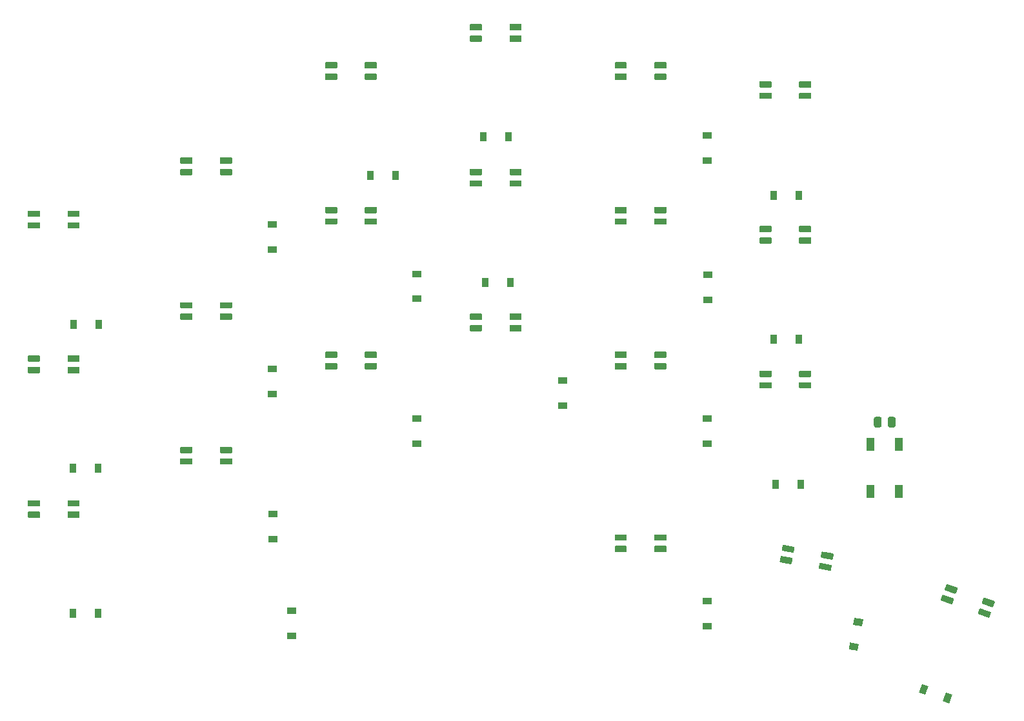
<source format=gbr>
%TF.GenerationSoftware,KiCad,Pcbnew,(5.1.10)-1*%
%TF.CreationDate,2021-12-01T11:28:31-08:00*%
%TF.ProjectId,luakeeb,6c75616b-6565-4622-9e6b-696361645f70,rev?*%
%TF.SameCoordinates,Original*%
%TF.FileFunction,Paste,Bot*%
%TF.FilePolarity,Positive*%
%FSLAX46Y46*%
G04 Gerber Fmt 4.6, Leading zero omitted, Abs format (unit mm)*
G04 Created by KiCad (PCBNEW (5.1.10)-1) date 2021-12-01 11:28:31*
%MOMM*%
%LPD*%
G01*
G04 APERTURE LIST*
%ADD10R,0.900000X1.200000*%
%ADD11R,1.100000X1.800000*%
%ADD12R,1.200000X0.900000*%
%ADD13C,0.100000*%
G04 APERTURE END LIST*
D10*
%TO.C,D86*%
X43542393Y-111673704D03*
X46842393Y-111673704D03*
%TD*%
%TO.C,D83*%
X46842393Y-92572904D03*
X43542393Y-92572904D03*
%TD*%
%TO.C,D82*%
X43580493Y-73700704D03*
X46880493Y-73700704D03*
%TD*%
%TO.C,D79*%
G36*
G01*
X39115589Y-59606488D02*
X37679589Y-59606488D01*
G75*
G02*
X37597589Y-59524488I0J82000D01*
G01*
X37597589Y-58868488D01*
G75*
G02*
X37679589Y-58786488I82000J0D01*
G01*
X39115589Y-58786488D01*
G75*
G02*
X39197589Y-58868488I0J-82000D01*
G01*
X39197589Y-59524488D01*
G75*
G02*
X39115589Y-59606488I-82000J0D01*
G01*
G37*
G36*
G01*
X39115589Y-61106488D02*
X37679589Y-61106488D01*
G75*
G02*
X37597589Y-61024488I0J82000D01*
G01*
X37597589Y-60368488D01*
G75*
G02*
X37679589Y-60286488I82000J0D01*
G01*
X39115589Y-60286488D01*
G75*
G02*
X39197589Y-60368488I0J-82000D01*
G01*
X39197589Y-61024488D01*
G75*
G02*
X39115589Y-61106488I-82000J0D01*
G01*
G37*
G36*
G01*
X44315589Y-59606488D02*
X42879589Y-59606488D01*
G75*
G02*
X42797589Y-59524488I0J82000D01*
G01*
X42797589Y-58868488D01*
G75*
G02*
X42879589Y-58786488I82000J0D01*
G01*
X44315589Y-58786488D01*
G75*
G02*
X44397589Y-58868488I0J-82000D01*
G01*
X44397589Y-59524488D01*
G75*
G02*
X44315589Y-59606488I-82000J0D01*
G01*
G37*
G36*
G01*
X44315589Y-61106488D02*
X42879589Y-61106488D01*
G75*
G02*
X42797589Y-61024488I0J82000D01*
G01*
X42797589Y-60368488D01*
G75*
G02*
X42879589Y-60286488I82000J0D01*
G01*
X44315589Y-60286488D01*
G75*
G02*
X44397589Y-60368488I0J-82000D01*
G01*
X44397589Y-61024488D01*
G75*
G02*
X44315589Y-61106488I-82000J0D01*
G01*
G37*
%TD*%
%TO.C,D77*%
G36*
G01*
X39115589Y-78606487D02*
X37679589Y-78606487D01*
G75*
G02*
X37597589Y-78524487I0J82000D01*
G01*
X37597589Y-77868487D01*
G75*
G02*
X37679589Y-77786487I82000J0D01*
G01*
X39115589Y-77786487D01*
G75*
G02*
X39197589Y-77868487I0J-82000D01*
G01*
X39197589Y-78524487D01*
G75*
G02*
X39115589Y-78606487I-82000J0D01*
G01*
G37*
G36*
G01*
X39115589Y-80106487D02*
X37679589Y-80106487D01*
G75*
G02*
X37597589Y-80024487I0J82000D01*
G01*
X37597589Y-79368487D01*
G75*
G02*
X37679589Y-79286487I82000J0D01*
G01*
X39115589Y-79286487D01*
G75*
G02*
X39197589Y-79368487I0J-82000D01*
G01*
X39197589Y-80024487D01*
G75*
G02*
X39115589Y-80106487I-82000J0D01*
G01*
G37*
G36*
G01*
X44315589Y-78606487D02*
X42879589Y-78606487D01*
G75*
G02*
X42797589Y-78524487I0J82000D01*
G01*
X42797589Y-77868487D01*
G75*
G02*
X42879589Y-77786487I82000J0D01*
G01*
X44315589Y-77786487D01*
G75*
G02*
X44397589Y-77868487I0J-82000D01*
G01*
X44397589Y-78524487D01*
G75*
G02*
X44315589Y-78606487I-82000J0D01*
G01*
G37*
G36*
G01*
X44315589Y-80106487D02*
X42879589Y-80106487D01*
G75*
G02*
X42797589Y-80024487I0J82000D01*
G01*
X42797589Y-79368487D01*
G75*
G02*
X42879589Y-79286487I82000J0D01*
G01*
X44315589Y-79286487D01*
G75*
G02*
X44397589Y-79368487I0J-82000D01*
G01*
X44397589Y-80024487D01*
G75*
G02*
X44315589Y-80106487I-82000J0D01*
G01*
G37*
%TD*%
%TO.C,D75*%
G36*
G01*
X39115588Y-97606486D02*
X37679588Y-97606486D01*
G75*
G02*
X37597588Y-97524486I0J82000D01*
G01*
X37597588Y-96868486D01*
G75*
G02*
X37679588Y-96786486I82000J0D01*
G01*
X39115588Y-96786486D01*
G75*
G02*
X39197588Y-96868486I0J-82000D01*
G01*
X39197588Y-97524486D01*
G75*
G02*
X39115588Y-97606486I-82000J0D01*
G01*
G37*
G36*
G01*
X39115588Y-99106486D02*
X37679588Y-99106486D01*
G75*
G02*
X37597588Y-99024486I0J82000D01*
G01*
X37597588Y-98368486D01*
G75*
G02*
X37679588Y-98286486I82000J0D01*
G01*
X39115588Y-98286486D01*
G75*
G02*
X39197588Y-98368486I0J-82000D01*
G01*
X39197588Y-99024486D01*
G75*
G02*
X39115588Y-99106486I-82000J0D01*
G01*
G37*
G36*
G01*
X44315588Y-97606486D02*
X42879588Y-97606486D01*
G75*
G02*
X42797588Y-97524486I0J82000D01*
G01*
X42797588Y-96868486D01*
G75*
G02*
X42879588Y-96786486I82000J0D01*
G01*
X44315588Y-96786486D01*
G75*
G02*
X44397588Y-96868486I0J-82000D01*
G01*
X44397588Y-97524486D01*
G75*
G02*
X44315588Y-97606486I-82000J0D01*
G01*
G37*
G36*
G01*
X44315588Y-99106486D02*
X42879588Y-99106486D01*
G75*
G02*
X42797588Y-99024486I0J82000D01*
G01*
X42797588Y-98368486D01*
G75*
G02*
X42879588Y-98286486I82000J0D01*
G01*
X44315588Y-98286486D01*
G75*
G02*
X44397588Y-98368486I0J-82000D01*
G01*
X44397588Y-99024486D01*
G75*
G02*
X44315588Y-99106486I-82000J0D01*
G01*
G37*
%TD*%
D11*
%TO.C,SW8*%
X151893593Y-95634804D03*
X148193593Y-89434804D03*
X148193593Y-95634804D03*
X151893593Y-89434804D03*
%TD*%
%TO.C,R1*%
G36*
G01*
X150443593Y-86990405D02*
X150443593Y-86090403D01*
G75*
G02*
X150693592Y-85840404I249999J0D01*
G01*
X151218594Y-85840404D01*
G75*
G02*
X151468593Y-86090403I0J-249999D01*
G01*
X151468593Y-86990405D01*
G75*
G02*
X151218594Y-87240404I-249999J0D01*
G01*
X150693592Y-87240404D01*
G75*
G02*
X150443593Y-86990405I0J249999D01*
G01*
G37*
G36*
G01*
X148618593Y-86990405D02*
X148618593Y-86090403D01*
G75*
G02*
X148868592Y-85840404I249999J0D01*
G01*
X149393594Y-85840404D01*
G75*
G02*
X149643593Y-86090403I0J-249999D01*
G01*
X149643593Y-86990405D01*
G75*
G02*
X149393594Y-87240404I-249999J0D01*
G01*
X148868592Y-87240404D01*
G75*
G02*
X148618593Y-86990405I0J249999D01*
G01*
G37*
%TD*%
%TO.C,D48*%
G36*
G01*
X97115587Y-35106489D02*
X95679587Y-35106489D01*
G75*
G02*
X95597587Y-35024489I0J82000D01*
G01*
X95597587Y-34368489D01*
G75*
G02*
X95679587Y-34286489I82000J0D01*
G01*
X97115587Y-34286489D01*
G75*
G02*
X97197587Y-34368489I0J-82000D01*
G01*
X97197587Y-35024489D01*
G75*
G02*
X97115587Y-35106489I-82000J0D01*
G01*
G37*
G36*
G01*
X97115587Y-36606489D02*
X95679587Y-36606489D01*
G75*
G02*
X95597587Y-36524489I0J82000D01*
G01*
X95597587Y-35868489D01*
G75*
G02*
X95679587Y-35786489I82000J0D01*
G01*
X97115587Y-35786489D01*
G75*
G02*
X97197587Y-35868489I0J-82000D01*
G01*
X97197587Y-36524489D01*
G75*
G02*
X97115587Y-36606489I-82000J0D01*
G01*
G37*
G36*
G01*
X102315587Y-35106489D02*
X100879587Y-35106489D01*
G75*
G02*
X100797587Y-35024489I0J82000D01*
G01*
X100797587Y-34368489D01*
G75*
G02*
X100879587Y-34286489I82000J0D01*
G01*
X102315587Y-34286489D01*
G75*
G02*
X102397587Y-34368489I0J-82000D01*
G01*
X102397587Y-35024489D01*
G75*
G02*
X102315587Y-35106489I-82000J0D01*
G01*
G37*
G36*
G01*
X102315587Y-36606489D02*
X100879587Y-36606489D01*
G75*
G02*
X100797587Y-36524489I0J82000D01*
G01*
X100797587Y-35868489D01*
G75*
G02*
X100879587Y-35786489I82000J0D01*
G01*
X102315587Y-35786489D01*
G75*
G02*
X102397587Y-35868489I0J-82000D01*
G01*
X102397587Y-36524489D01*
G75*
G02*
X102315587Y-36606489I-82000J0D01*
G01*
G37*
%TD*%
%TO.C,D51*%
G36*
G01*
X116115586Y-78106488D02*
X114679586Y-78106488D01*
G75*
G02*
X114597586Y-78024488I0J82000D01*
G01*
X114597586Y-77368488D01*
G75*
G02*
X114679586Y-77286488I82000J0D01*
G01*
X116115586Y-77286488D01*
G75*
G02*
X116197586Y-77368488I0J-82000D01*
G01*
X116197586Y-78024488D01*
G75*
G02*
X116115586Y-78106488I-82000J0D01*
G01*
G37*
G36*
G01*
X116115586Y-79606488D02*
X114679586Y-79606488D01*
G75*
G02*
X114597586Y-79524488I0J82000D01*
G01*
X114597586Y-78868488D01*
G75*
G02*
X114679586Y-78786488I82000J0D01*
G01*
X116115586Y-78786488D01*
G75*
G02*
X116197586Y-78868488I0J-82000D01*
G01*
X116197586Y-79524488D01*
G75*
G02*
X116115586Y-79606488I-82000J0D01*
G01*
G37*
G36*
G01*
X121315586Y-78106488D02*
X119879586Y-78106488D01*
G75*
G02*
X119797586Y-78024488I0J82000D01*
G01*
X119797586Y-77368488D01*
G75*
G02*
X119879586Y-77286488I82000J0D01*
G01*
X121315586Y-77286488D01*
G75*
G02*
X121397586Y-77368488I0J-82000D01*
G01*
X121397586Y-78024488D01*
G75*
G02*
X121315586Y-78106488I-82000J0D01*
G01*
G37*
G36*
G01*
X121315586Y-79606488D02*
X119879586Y-79606488D01*
G75*
G02*
X119797586Y-79524488I0J82000D01*
G01*
X119797586Y-78868488D01*
G75*
G02*
X119879586Y-78786488I82000J0D01*
G01*
X121315586Y-78786488D01*
G75*
G02*
X121397586Y-78868488I0J-82000D01*
G01*
X121397586Y-79524488D01*
G75*
G02*
X121315586Y-79606488I-82000J0D01*
G01*
G37*
%TD*%
D12*
%TO.C,D6*%
X126726393Y-110061804D03*
X126726393Y-113361804D03*
%TD*%
%TO.C,D59*%
G36*
G01*
X138005439Y-103692294D02*
X136591255Y-103442936D01*
G75*
G02*
X136524740Y-103347943I14239J80754D01*
G01*
X136638654Y-102701909D01*
G75*
G02*
X136733647Y-102635394I80754J-14239D01*
G01*
X138147831Y-102884752D01*
G75*
G02*
X138214346Y-102979745I-14239J-80754D01*
G01*
X138100432Y-103625779D01*
G75*
G02*
X138005439Y-103692294I-80754J14239D01*
G01*
G37*
G36*
G01*
X137744966Y-105169505D02*
X136330782Y-104920147D01*
G75*
G02*
X136264267Y-104825154I14239J80754D01*
G01*
X136378181Y-104179120D01*
G75*
G02*
X136473174Y-104112605I80754J-14239D01*
G01*
X137887358Y-104361963D01*
G75*
G02*
X137953873Y-104456956I-14239J-80754D01*
G01*
X137839959Y-105102990D01*
G75*
G02*
X137744966Y-105169505I-80754J14239D01*
G01*
G37*
G36*
G01*
X143126439Y-104595264D02*
X141712255Y-104345906D01*
G75*
G02*
X141645740Y-104250913I14239J80754D01*
G01*
X141759654Y-103604879D01*
G75*
G02*
X141854647Y-103538364I80754J-14239D01*
G01*
X143268831Y-103787722D01*
G75*
G02*
X143335346Y-103882715I-14239J-80754D01*
G01*
X143221432Y-104528749D01*
G75*
G02*
X143126439Y-104595264I-80754J14239D01*
G01*
G37*
G36*
G01*
X142865967Y-106072476D02*
X141451783Y-105823118D01*
G75*
G02*
X141385268Y-105728125I14239J80754D01*
G01*
X141499182Y-105082091D01*
G75*
G02*
X141594175Y-105015576I80754J-14239D01*
G01*
X143008359Y-105264934D01*
G75*
G02*
X143074874Y-105359927I-14239J-80754D01*
G01*
X142960960Y-106005961D01*
G75*
G02*
X142865967Y-106072476I-80754J14239D01*
G01*
G37*
%TD*%
%TO.C,D57*%
G36*
G01*
X116115586Y-102106488D02*
X114679586Y-102106488D01*
G75*
G02*
X114597586Y-102024488I0J82000D01*
G01*
X114597586Y-101368488D01*
G75*
G02*
X114679586Y-101286488I82000J0D01*
G01*
X116115586Y-101286488D01*
G75*
G02*
X116197586Y-101368488I0J-82000D01*
G01*
X116197586Y-102024488D01*
G75*
G02*
X116115586Y-102106488I-82000J0D01*
G01*
G37*
G36*
G01*
X116115586Y-103606488D02*
X114679586Y-103606488D01*
G75*
G02*
X114597586Y-103524488I0J82000D01*
G01*
X114597586Y-102868488D01*
G75*
G02*
X114679586Y-102786488I82000J0D01*
G01*
X116115586Y-102786488D01*
G75*
G02*
X116197586Y-102868488I0J-82000D01*
G01*
X116197586Y-103524488D01*
G75*
G02*
X116115586Y-103606488I-82000J0D01*
G01*
G37*
G36*
G01*
X121315586Y-102106488D02*
X119879586Y-102106488D01*
G75*
G02*
X119797586Y-102024488I0J82000D01*
G01*
X119797586Y-101368488D01*
G75*
G02*
X119879586Y-101286488I82000J0D01*
G01*
X121315586Y-101286488D01*
G75*
G02*
X121397586Y-101368488I0J-82000D01*
G01*
X121397586Y-102024488D01*
G75*
G02*
X121315586Y-102106488I-82000J0D01*
G01*
G37*
G36*
G01*
X121315586Y-103606488D02*
X119879586Y-103606488D01*
G75*
G02*
X119797586Y-103524488I0J82000D01*
G01*
X119797586Y-102868488D01*
G75*
G02*
X119879586Y-102786488I82000J0D01*
G01*
X121315586Y-102786488D01*
G75*
G02*
X121397586Y-102868488I0J-82000D01*
G01*
X121397586Y-103524488D01*
G75*
G02*
X121315586Y-103606488I-82000J0D01*
G01*
G37*
%TD*%
%TO.C,D60*%
G36*
G01*
X159287363Y-109055142D02*
X157937964Y-108564001D01*
G75*
G02*
X157888955Y-108458900I28046J77055D01*
G01*
X158113320Y-107842461D01*
G75*
G02*
X158218421Y-107793452I77055J-28046D01*
G01*
X159567820Y-108284593D01*
G75*
G02*
X159616829Y-108389694I-28046J-77055D01*
G01*
X159392464Y-109006133D01*
G75*
G02*
X159287363Y-109055142I-77055J28046D01*
G01*
G37*
G36*
G01*
X158774333Y-110464681D02*
X157424934Y-109973540D01*
G75*
G02*
X157375925Y-109868439I28046J77055D01*
G01*
X157600290Y-109252000D01*
G75*
G02*
X157705391Y-109202991I77055J-28046D01*
G01*
X159054790Y-109694132D01*
G75*
G02*
X159103799Y-109799233I-28046J-77055D01*
G01*
X158879434Y-110415672D01*
G75*
G02*
X158774333Y-110464681I-77055J28046D01*
G01*
G37*
G36*
G01*
X164173765Y-110833646D02*
X162824366Y-110342505D01*
G75*
G02*
X162775357Y-110237404I28046J77055D01*
G01*
X162999722Y-109620965D01*
G75*
G02*
X163104823Y-109571956I77055J-28046D01*
G01*
X164454222Y-110063097D01*
G75*
G02*
X164503231Y-110168198I-28046J-77055D01*
G01*
X164278866Y-110784637D01*
G75*
G02*
X164173765Y-110833646I-77055J28046D01*
G01*
G37*
G36*
G01*
X163660735Y-112243185D02*
X162311336Y-111752044D01*
G75*
G02*
X162262327Y-111646943I28046J77055D01*
G01*
X162486692Y-111030504D01*
G75*
G02*
X162591793Y-110981495I77055J-28046D01*
G01*
X163941192Y-111472636D01*
G75*
G02*
X163990201Y-111577737I-28046J-77055D01*
G01*
X163765836Y-112194176D01*
G75*
G02*
X163660735Y-112243185I-77055J28046D01*
G01*
G37*
%TD*%
%TO.C,D56*%
G36*
G01*
X135115585Y-80606488D02*
X133679585Y-80606488D01*
G75*
G02*
X133597585Y-80524488I0J82000D01*
G01*
X133597585Y-79868488D01*
G75*
G02*
X133679585Y-79786488I82000J0D01*
G01*
X135115585Y-79786488D01*
G75*
G02*
X135197585Y-79868488I0J-82000D01*
G01*
X135197585Y-80524488D01*
G75*
G02*
X135115585Y-80606488I-82000J0D01*
G01*
G37*
G36*
G01*
X135115585Y-82106488D02*
X133679585Y-82106488D01*
G75*
G02*
X133597585Y-82024488I0J82000D01*
G01*
X133597585Y-81368488D01*
G75*
G02*
X133679585Y-81286488I82000J0D01*
G01*
X135115585Y-81286488D01*
G75*
G02*
X135197585Y-81368488I0J-82000D01*
G01*
X135197585Y-82024488D01*
G75*
G02*
X135115585Y-82106488I-82000J0D01*
G01*
G37*
G36*
G01*
X140315585Y-80606488D02*
X138879585Y-80606488D01*
G75*
G02*
X138797585Y-80524488I0J82000D01*
G01*
X138797585Y-79868488D01*
G75*
G02*
X138879585Y-79786488I82000J0D01*
G01*
X140315585Y-79786488D01*
G75*
G02*
X140397585Y-79868488I0J-82000D01*
G01*
X140397585Y-80524488D01*
G75*
G02*
X140315585Y-80606488I-82000J0D01*
G01*
G37*
G36*
G01*
X140315585Y-82106488D02*
X138879585Y-82106488D01*
G75*
G02*
X138797585Y-82024488I0J82000D01*
G01*
X138797585Y-81368488D01*
G75*
G02*
X138879585Y-81286488I82000J0D01*
G01*
X140315585Y-81286488D01*
G75*
G02*
X140397585Y-81368488I0J-82000D01*
G01*
X140397585Y-82024488D01*
G75*
G02*
X140315585Y-82106488I-82000J0D01*
G01*
G37*
%TD*%
%TO.C,D81*%
X72192593Y-111258404D03*
X72192593Y-114558404D03*
%TD*%
%TO.C,D45*%
G36*
G01*
X78115587Y-78106487D02*
X76679587Y-78106487D01*
G75*
G02*
X76597587Y-78024487I0J82000D01*
G01*
X76597587Y-77368487D01*
G75*
G02*
X76679587Y-77286487I82000J0D01*
G01*
X78115587Y-77286487D01*
G75*
G02*
X78197587Y-77368487I0J-82000D01*
G01*
X78197587Y-78024487D01*
G75*
G02*
X78115587Y-78106487I-82000J0D01*
G01*
G37*
G36*
G01*
X78115587Y-79606487D02*
X76679587Y-79606487D01*
G75*
G02*
X76597587Y-79524487I0J82000D01*
G01*
X76597587Y-78868487D01*
G75*
G02*
X76679587Y-78786487I82000J0D01*
G01*
X78115587Y-78786487D01*
G75*
G02*
X78197587Y-78868487I0J-82000D01*
G01*
X78197587Y-79524487D01*
G75*
G02*
X78115587Y-79606487I-82000J0D01*
G01*
G37*
G36*
G01*
X83315587Y-78106487D02*
X81879587Y-78106487D01*
G75*
G02*
X81797587Y-78024487I0J82000D01*
G01*
X81797587Y-77368487D01*
G75*
G02*
X81879587Y-77286487I82000J0D01*
G01*
X83315587Y-77286487D01*
G75*
G02*
X83397587Y-77368487I0J-82000D01*
G01*
X83397587Y-78024487D01*
G75*
G02*
X83315587Y-78106487I-82000J0D01*
G01*
G37*
G36*
G01*
X83315587Y-79606487D02*
X81879587Y-79606487D01*
G75*
G02*
X81797587Y-79524487I0J82000D01*
G01*
X81797587Y-78868487D01*
G75*
G02*
X81879587Y-78786487I82000J0D01*
G01*
X83315587Y-78786487D01*
G75*
G02*
X83397587Y-78868487I0J-82000D01*
G01*
X83397587Y-79524487D01*
G75*
G02*
X83315587Y-79606487I-82000J0D01*
G01*
G37*
%TD*%
%TO.C,D53*%
G36*
G01*
X116115586Y-40106489D02*
X114679586Y-40106489D01*
G75*
G02*
X114597586Y-40024489I0J82000D01*
G01*
X114597586Y-39368489D01*
G75*
G02*
X114679586Y-39286489I82000J0D01*
G01*
X116115586Y-39286489D01*
G75*
G02*
X116197586Y-39368489I0J-82000D01*
G01*
X116197586Y-40024489D01*
G75*
G02*
X116115586Y-40106489I-82000J0D01*
G01*
G37*
G36*
G01*
X116115586Y-41606489D02*
X114679586Y-41606489D01*
G75*
G02*
X114597586Y-41524489I0J82000D01*
G01*
X114597586Y-40868489D01*
G75*
G02*
X114679586Y-40786489I82000J0D01*
G01*
X116115586Y-40786489D01*
G75*
G02*
X116197586Y-40868489I0J-82000D01*
G01*
X116197586Y-41524489D01*
G75*
G02*
X116115586Y-41606489I-82000J0D01*
G01*
G37*
G36*
G01*
X121315586Y-40106489D02*
X119879586Y-40106489D01*
G75*
G02*
X119797586Y-40024489I0J82000D01*
G01*
X119797586Y-39368489D01*
G75*
G02*
X119879586Y-39286489I82000J0D01*
G01*
X121315586Y-39286489D01*
G75*
G02*
X121397586Y-39368489I0J-82000D01*
G01*
X121397586Y-40024489D01*
G75*
G02*
X121315586Y-40106489I-82000J0D01*
G01*
G37*
G36*
G01*
X121315586Y-41606489D02*
X119879586Y-41606489D01*
G75*
G02*
X119797586Y-41524489I0J82000D01*
G01*
X119797586Y-40868489D01*
G75*
G02*
X119879586Y-40786489I82000J0D01*
G01*
X121315586Y-40786489D01*
G75*
G02*
X121397586Y-40868489I0J-82000D01*
G01*
X121397586Y-41524489D01*
G75*
G02*
X121315586Y-41606489I-82000J0D01*
G01*
G37*
%TD*%
%TO.C,D52*%
G36*
G01*
X116115586Y-59106488D02*
X114679586Y-59106488D01*
G75*
G02*
X114597586Y-59024488I0J82000D01*
G01*
X114597586Y-58368488D01*
G75*
G02*
X114679586Y-58286488I82000J0D01*
G01*
X116115586Y-58286488D01*
G75*
G02*
X116197586Y-58368488I0J-82000D01*
G01*
X116197586Y-59024488D01*
G75*
G02*
X116115586Y-59106488I-82000J0D01*
G01*
G37*
G36*
G01*
X116115586Y-60606488D02*
X114679586Y-60606488D01*
G75*
G02*
X114597586Y-60524488I0J82000D01*
G01*
X114597586Y-59868488D01*
G75*
G02*
X114679586Y-59786488I82000J0D01*
G01*
X116115586Y-59786488D01*
G75*
G02*
X116197586Y-59868488I0J-82000D01*
G01*
X116197586Y-60524488D01*
G75*
G02*
X116115586Y-60606488I-82000J0D01*
G01*
G37*
G36*
G01*
X121315586Y-59106488D02*
X119879586Y-59106488D01*
G75*
G02*
X119797586Y-59024488I0J82000D01*
G01*
X119797586Y-58368488D01*
G75*
G02*
X119879586Y-58286488I82000J0D01*
G01*
X121315586Y-58286488D01*
G75*
G02*
X121397586Y-58368488I0J-82000D01*
G01*
X121397586Y-59024488D01*
G75*
G02*
X121315586Y-59106488I-82000J0D01*
G01*
G37*
G36*
G01*
X121315586Y-60606488D02*
X119879586Y-60606488D01*
G75*
G02*
X119797586Y-60524488I0J82000D01*
G01*
X119797586Y-59868488D01*
G75*
G02*
X119879586Y-59786488I82000J0D01*
G01*
X121315586Y-59786488D01*
G75*
G02*
X121397586Y-59868488I0J-82000D01*
G01*
X121397586Y-60524488D01*
G75*
G02*
X121315586Y-60606488I-82000J0D01*
G01*
G37*
%TD*%
%TO.C,D54*%
G36*
G01*
X135115585Y-42606490D02*
X133679585Y-42606490D01*
G75*
G02*
X133597585Y-42524490I0J82000D01*
G01*
X133597585Y-41868490D01*
G75*
G02*
X133679585Y-41786490I82000J0D01*
G01*
X135115585Y-41786490D01*
G75*
G02*
X135197585Y-41868490I0J-82000D01*
G01*
X135197585Y-42524490D01*
G75*
G02*
X135115585Y-42606490I-82000J0D01*
G01*
G37*
G36*
G01*
X135115585Y-44106490D02*
X133679585Y-44106490D01*
G75*
G02*
X133597585Y-44024490I0J82000D01*
G01*
X133597585Y-43368490D01*
G75*
G02*
X133679585Y-43286490I82000J0D01*
G01*
X135115585Y-43286490D01*
G75*
G02*
X135197585Y-43368490I0J-82000D01*
G01*
X135197585Y-44024490D01*
G75*
G02*
X135115585Y-44106490I-82000J0D01*
G01*
G37*
G36*
G01*
X140315585Y-42606490D02*
X138879585Y-42606490D01*
G75*
G02*
X138797585Y-42524490I0J82000D01*
G01*
X138797585Y-41868490D01*
G75*
G02*
X138879585Y-41786490I82000J0D01*
G01*
X140315585Y-41786490D01*
G75*
G02*
X140397585Y-41868490I0J-82000D01*
G01*
X140397585Y-42524490D01*
G75*
G02*
X140315585Y-42606490I-82000J0D01*
G01*
G37*
G36*
G01*
X140315585Y-44106490D02*
X138879585Y-44106490D01*
G75*
G02*
X138797585Y-44024490I0J82000D01*
G01*
X138797585Y-43368490D01*
G75*
G02*
X138879585Y-43286490I82000J0D01*
G01*
X140315585Y-43286490D01*
G75*
G02*
X140397585Y-43368490I0J-82000D01*
G01*
X140397585Y-44024490D01*
G75*
G02*
X140315585Y-44106490I-82000J0D01*
G01*
G37*
%TD*%
%TO.C,D50*%
G36*
G01*
X97115586Y-73106488D02*
X95679586Y-73106488D01*
G75*
G02*
X95597586Y-73024488I0J82000D01*
G01*
X95597586Y-72368488D01*
G75*
G02*
X95679586Y-72286488I82000J0D01*
G01*
X97115586Y-72286488D01*
G75*
G02*
X97197586Y-72368488I0J-82000D01*
G01*
X97197586Y-73024488D01*
G75*
G02*
X97115586Y-73106488I-82000J0D01*
G01*
G37*
G36*
G01*
X97115586Y-74606488D02*
X95679586Y-74606488D01*
G75*
G02*
X95597586Y-74524488I0J82000D01*
G01*
X95597586Y-73868488D01*
G75*
G02*
X95679586Y-73786488I82000J0D01*
G01*
X97115586Y-73786488D01*
G75*
G02*
X97197586Y-73868488I0J-82000D01*
G01*
X97197586Y-74524488D01*
G75*
G02*
X97115586Y-74606488I-82000J0D01*
G01*
G37*
G36*
G01*
X102315586Y-73106488D02*
X100879586Y-73106488D01*
G75*
G02*
X100797586Y-73024488I0J82000D01*
G01*
X100797586Y-72368488D01*
G75*
G02*
X100879586Y-72286488I82000J0D01*
G01*
X102315586Y-72286488D01*
G75*
G02*
X102397586Y-72368488I0J-82000D01*
G01*
X102397586Y-73024488D01*
G75*
G02*
X102315586Y-73106488I-82000J0D01*
G01*
G37*
G36*
G01*
X102315586Y-74606488D02*
X100879586Y-74606488D01*
G75*
G02*
X100797586Y-74524488I0J82000D01*
G01*
X100797586Y-73868488D01*
G75*
G02*
X100879586Y-73786488I82000J0D01*
G01*
X102315586Y-73786488D01*
G75*
G02*
X102397586Y-73868488I0J-82000D01*
G01*
X102397586Y-74524488D01*
G75*
G02*
X102315586Y-74606488I-82000J0D01*
G01*
G37*
%TD*%
%TO.C,D43*%
G36*
G01*
X59115588Y-90606486D02*
X57679588Y-90606486D01*
G75*
G02*
X57597588Y-90524486I0J82000D01*
G01*
X57597588Y-89868486D01*
G75*
G02*
X57679588Y-89786486I82000J0D01*
G01*
X59115588Y-89786486D01*
G75*
G02*
X59197588Y-89868486I0J-82000D01*
G01*
X59197588Y-90524486D01*
G75*
G02*
X59115588Y-90606486I-82000J0D01*
G01*
G37*
G36*
G01*
X59115588Y-92106486D02*
X57679588Y-92106486D01*
G75*
G02*
X57597588Y-92024486I0J82000D01*
G01*
X57597588Y-91368486D01*
G75*
G02*
X57679588Y-91286486I82000J0D01*
G01*
X59115588Y-91286486D01*
G75*
G02*
X59197588Y-91368486I0J-82000D01*
G01*
X59197588Y-92024486D01*
G75*
G02*
X59115588Y-92106486I-82000J0D01*
G01*
G37*
G36*
G01*
X64315588Y-90606486D02*
X62879588Y-90606486D01*
G75*
G02*
X62797588Y-90524486I0J82000D01*
G01*
X62797588Y-89868486D01*
G75*
G02*
X62879588Y-89786486I82000J0D01*
G01*
X64315588Y-89786486D01*
G75*
G02*
X64397588Y-89868486I0J-82000D01*
G01*
X64397588Y-90524486D01*
G75*
G02*
X64315588Y-90606486I-82000J0D01*
G01*
G37*
G36*
G01*
X64315588Y-92106486D02*
X62879588Y-92106486D01*
G75*
G02*
X62797588Y-92024486I0J82000D01*
G01*
X62797588Y-91368486D01*
G75*
G02*
X62879588Y-91286486I82000J0D01*
G01*
X64315588Y-91286486D01*
G75*
G02*
X64397588Y-91368486I0J-82000D01*
G01*
X64397588Y-92024486D01*
G75*
G02*
X64315588Y-92106486I-82000J0D01*
G01*
G37*
%TD*%
%TO.C,D49*%
G36*
G01*
X97115587Y-54106488D02*
X95679587Y-54106488D01*
G75*
G02*
X95597587Y-54024488I0J82000D01*
G01*
X95597587Y-53368488D01*
G75*
G02*
X95679587Y-53286488I82000J0D01*
G01*
X97115587Y-53286488D01*
G75*
G02*
X97197587Y-53368488I0J-82000D01*
G01*
X97197587Y-54024488D01*
G75*
G02*
X97115587Y-54106488I-82000J0D01*
G01*
G37*
G36*
G01*
X97115587Y-55606488D02*
X95679587Y-55606488D01*
G75*
G02*
X95597587Y-55524488I0J82000D01*
G01*
X95597587Y-54868488D01*
G75*
G02*
X95679587Y-54786488I82000J0D01*
G01*
X97115587Y-54786488D01*
G75*
G02*
X97197587Y-54868488I0J-82000D01*
G01*
X97197587Y-55524488D01*
G75*
G02*
X97115587Y-55606488I-82000J0D01*
G01*
G37*
G36*
G01*
X102315587Y-54106488D02*
X100879587Y-54106488D01*
G75*
G02*
X100797587Y-54024488I0J82000D01*
G01*
X100797587Y-53368488D01*
G75*
G02*
X100879587Y-53286488I82000J0D01*
G01*
X102315587Y-53286488D01*
G75*
G02*
X102397587Y-53368488I0J-82000D01*
G01*
X102397587Y-54024488D01*
G75*
G02*
X102315587Y-54106488I-82000J0D01*
G01*
G37*
G36*
G01*
X102315587Y-55606488D02*
X100879587Y-55606488D01*
G75*
G02*
X100797587Y-55524488I0J82000D01*
G01*
X100797587Y-54868488D01*
G75*
G02*
X100879587Y-54786488I82000J0D01*
G01*
X102315587Y-54786488D01*
G75*
G02*
X102397587Y-54868488I0J-82000D01*
G01*
X102397587Y-55524488D01*
G75*
G02*
X102315587Y-55606488I-82000J0D01*
G01*
G37*
%TD*%
%TO.C,D46*%
G36*
G01*
X78115588Y-59106488D02*
X76679588Y-59106488D01*
G75*
G02*
X76597588Y-59024488I0J82000D01*
G01*
X76597588Y-58368488D01*
G75*
G02*
X76679588Y-58286488I82000J0D01*
G01*
X78115588Y-58286488D01*
G75*
G02*
X78197588Y-58368488I0J-82000D01*
G01*
X78197588Y-59024488D01*
G75*
G02*
X78115588Y-59106488I-82000J0D01*
G01*
G37*
G36*
G01*
X78115588Y-60606488D02*
X76679588Y-60606488D01*
G75*
G02*
X76597588Y-60524488I0J82000D01*
G01*
X76597588Y-59868488D01*
G75*
G02*
X76679588Y-59786488I82000J0D01*
G01*
X78115588Y-59786488D01*
G75*
G02*
X78197588Y-59868488I0J-82000D01*
G01*
X78197588Y-60524488D01*
G75*
G02*
X78115588Y-60606488I-82000J0D01*
G01*
G37*
G36*
G01*
X83315588Y-59106488D02*
X81879588Y-59106488D01*
G75*
G02*
X81797588Y-59024488I0J82000D01*
G01*
X81797588Y-58368488D01*
G75*
G02*
X81879588Y-58286488I82000J0D01*
G01*
X83315588Y-58286488D01*
G75*
G02*
X83397588Y-58368488I0J-82000D01*
G01*
X83397588Y-59024488D01*
G75*
G02*
X83315588Y-59106488I-82000J0D01*
G01*
G37*
G36*
G01*
X83315588Y-60606488D02*
X81879588Y-60606488D01*
G75*
G02*
X81797588Y-60524488I0J82000D01*
G01*
X81797588Y-59868488D01*
G75*
G02*
X81879588Y-59786488I82000J0D01*
G01*
X83315588Y-59786488D01*
G75*
G02*
X83397588Y-59868488I0J-82000D01*
G01*
X83397588Y-60524488D01*
G75*
G02*
X83315588Y-60606488I-82000J0D01*
G01*
G37*
%TD*%
%TO.C,D42*%
G36*
G01*
X59115589Y-71606487D02*
X57679589Y-71606487D01*
G75*
G02*
X57597589Y-71524487I0J82000D01*
G01*
X57597589Y-70868487D01*
G75*
G02*
X57679589Y-70786487I82000J0D01*
G01*
X59115589Y-70786487D01*
G75*
G02*
X59197589Y-70868487I0J-82000D01*
G01*
X59197589Y-71524487D01*
G75*
G02*
X59115589Y-71606487I-82000J0D01*
G01*
G37*
G36*
G01*
X59115589Y-73106487D02*
X57679589Y-73106487D01*
G75*
G02*
X57597589Y-73024487I0J82000D01*
G01*
X57597589Y-72368487D01*
G75*
G02*
X57679589Y-72286487I82000J0D01*
G01*
X59115589Y-72286487D01*
G75*
G02*
X59197589Y-72368487I0J-82000D01*
G01*
X59197589Y-73024487D01*
G75*
G02*
X59115589Y-73106487I-82000J0D01*
G01*
G37*
G36*
G01*
X64315589Y-71606487D02*
X62879589Y-71606487D01*
G75*
G02*
X62797589Y-71524487I0J82000D01*
G01*
X62797589Y-70868487D01*
G75*
G02*
X62879589Y-70786487I82000J0D01*
G01*
X64315589Y-70786487D01*
G75*
G02*
X64397589Y-70868487I0J-82000D01*
G01*
X64397589Y-71524487D01*
G75*
G02*
X64315589Y-71606487I-82000J0D01*
G01*
G37*
G36*
G01*
X64315589Y-73106487D02*
X62879589Y-73106487D01*
G75*
G02*
X62797589Y-73024487I0J82000D01*
G01*
X62797589Y-72368487D01*
G75*
G02*
X62879589Y-72286487I82000J0D01*
G01*
X64315589Y-72286487D01*
G75*
G02*
X64397589Y-72368487I0J-82000D01*
G01*
X64397589Y-73024487D01*
G75*
G02*
X64315589Y-73106487I-82000J0D01*
G01*
G37*
%TD*%
%TO.C,D55*%
G36*
G01*
X135115585Y-61606489D02*
X133679585Y-61606489D01*
G75*
G02*
X133597585Y-61524489I0J82000D01*
G01*
X133597585Y-60868489D01*
G75*
G02*
X133679585Y-60786489I82000J0D01*
G01*
X135115585Y-60786489D01*
G75*
G02*
X135197585Y-60868489I0J-82000D01*
G01*
X135197585Y-61524489D01*
G75*
G02*
X135115585Y-61606489I-82000J0D01*
G01*
G37*
G36*
G01*
X135115585Y-63106489D02*
X133679585Y-63106489D01*
G75*
G02*
X133597585Y-63024489I0J82000D01*
G01*
X133597585Y-62368489D01*
G75*
G02*
X133679585Y-62286489I82000J0D01*
G01*
X135115585Y-62286489D01*
G75*
G02*
X135197585Y-62368489I0J-82000D01*
G01*
X135197585Y-63024489D01*
G75*
G02*
X135115585Y-63106489I-82000J0D01*
G01*
G37*
G36*
G01*
X140315585Y-61606489D02*
X138879585Y-61606489D01*
G75*
G02*
X138797585Y-61524489I0J82000D01*
G01*
X138797585Y-60868489D01*
G75*
G02*
X138879585Y-60786489I82000J0D01*
G01*
X140315585Y-60786489D01*
G75*
G02*
X140397585Y-60868489I0J-82000D01*
G01*
X140397585Y-61524489D01*
G75*
G02*
X140315585Y-61606489I-82000J0D01*
G01*
G37*
G36*
G01*
X140315585Y-63106489D02*
X138879585Y-63106489D01*
G75*
G02*
X138797585Y-63024489I0J82000D01*
G01*
X138797585Y-62368489D01*
G75*
G02*
X138879585Y-62286489I82000J0D01*
G01*
X140315585Y-62286489D01*
G75*
G02*
X140397585Y-62368489I0J-82000D01*
G01*
X140397585Y-63024489D01*
G75*
G02*
X140315585Y-63106489I-82000J0D01*
G01*
G37*
%TD*%
%TO.C,D47*%
G36*
G01*
X78115588Y-40106489D02*
X76679588Y-40106489D01*
G75*
G02*
X76597588Y-40024489I0J82000D01*
G01*
X76597588Y-39368489D01*
G75*
G02*
X76679588Y-39286489I82000J0D01*
G01*
X78115588Y-39286489D01*
G75*
G02*
X78197588Y-39368489I0J-82000D01*
G01*
X78197588Y-40024489D01*
G75*
G02*
X78115588Y-40106489I-82000J0D01*
G01*
G37*
G36*
G01*
X78115588Y-41606489D02*
X76679588Y-41606489D01*
G75*
G02*
X76597588Y-41524489I0J82000D01*
G01*
X76597588Y-40868489D01*
G75*
G02*
X76679588Y-40786489I82000J0D01*
G01*
X78115588Y-40786489D01*
G75*
G02*
X78197588Y-40868489I0J-82000D01*
G01*
X78197588Y-41524489D01*
G75*
G02*
X78115588Y-41606489I-82000J0D01*
G01*
G37*
G36*
G01*
X83315588Y-40106489D02*
X81879588Y-40106489D01*
G75*
G02*
X81797588Y-40024489I0J82000D01*
G01*
X81797588Y-39368489D01*
G75*
G02*
X81879588Y-39286489I82000J0D01*
G01*
X83315588Y-39286489D01*
G75*
G02*
X83397588Y-39368489I0J-82000D01*
G01*
X83397588Y-40024489D01*
G75*
G02*
X83315588Y-40106489I-82000J0D01*
G01*
G37*
G36*
G01*
X83315588Y-41606489D02*
X81879588Y-41606489D01*
G75*
G02*
X81797588Y-41524489I0J82000D01*
G01*
X81797588Y-40868489D01*
G75*
G02*
X81879588Y-40786489I82000J0D01*
G01*
X83315588Y-40786489D01*
G75*
G02*
X83397588Y-40868489I0J-82000D01*
G01*
X83397588Y-41524489D01*
G75*
G02*
X83315588Y-41606489I-82000J0D01*
G01*
G37*
%TD*%
%TO.C,D41*%
G36*
G01*
X59115589Y-52606488D02*
X57679589Y-52606488D01*
G75*
G02*
X57597589Y-52524488I0J82000D01*
G01*
X57597589Y-51868488D01*
G75*
G02*
X57679589Y-51786488I82000J0D01*
G01*
X59115589Y-51786488D01*
G75*
G02*
X59197589Y-51868488I0J-82000D01*
G01*
X59197589Y-52524488D01*
G75*
G02*
X59115589Y-52606488I-82000J0D01*
G01*
G37*
G36*
G01*
X59115589Y-54106488D02*
X57679589Y-54106488D01*
G75*
G02*
X57597589Y-54024488I0J82000D01*
G01*
X57597589Y-53368488D01*
G75*
G02*
X57679589Y-53286488I82000J0D01*
G01*
X59115589Y-53286488D01*
G75*
G02*
X59197589Y-53368488I0J-82000D01*
G01*
X59197589Y-54024488D01*
G75*
G02*
X59115589Y-54106488I-82000J0D01*
G01*
G37*
G36*
G01*
X64315589Y-52606488D02*
X62879589Y-52606488D01*
G75*
G02*
X62797589Y-52524488I0J82000D01*
G01*
X62797589Y-51868488D01*
G75*
G02*
X62879589Y-51786488I82000J0D01*
G01*
X64315589Y-51786488D01*
G75*
G02*
X64397589Y-51868488I0J-82000D01*
G01*
X64397589Y-52524488D01*
G75*
G02*
X64315589Y-52606488I-82000J0D01*
G01*
G37*
G36*
G01*
X64315589Y-54106488D02*
X62879589Y-54106488D01*
G75*
G02*
X62797589Y-54024488I0J82000D01*
G01*
X62797589Y-53368488D01*
G75*
G02*
X62879589Y-53286488I82000J0D01*
G01*
X64315589Y-53286488D01*
G75*
G02*
X64397589Y-53368488I0J-82000D01*
G01*
X64397589Y-54024488D01*
G75*
G02*
X64315589Y-54106488I-82000J0D01*
G01*
G37*
%TD*%
D13*
%TO.C,D35*%
G36*
X157620812Y-123163544D02*
G01*
X158031236Y-122035912D01*
X158876960Y-122343730D01*
X158466536Y-123471362D01*
X157620812Y-123163544D01*
G37*
G36*
X154519826Y-122034878D02*
G01*
X154930250Y-120907246D01*
X155775974Y-121215064D01*
X155365550Y-122342696D01*
X154519826Y-122034878D01*
G37*
%TD*%
%TO.C,D34*%
G36*
X147083655Y-113326623D02*
G01*
X145901886Y-113118246D01*
X146058169Y-112231919D01*
X147239938Y-112440296D01*
X147083655Y-113326623D01*
G37*
G36*
X146510617Y-116576489D02*
G01*
X145328848Y-116368112D01*
X145485131Y-115481785D01*
X146666900Y-115690162D01*
X146510617Y-116576489D01*
G37*
%TD*%
D10*
%TO.C,D25*%
X139057093Y-94693804D03*
X135757093Y-94693804D03*
%TD*%
D12*
%TO.C,D24*%
X126739093Y-86096904D03*
X126739093Y-89396904D03*
%TD*%
%TO.C,D23*%
X107752593Y-81067704D03*
X107752593Y-84367704D03*
%TD*%
%TO.C,D22*%
X88613693Y-86071504D03*
X88613693Y-89371504D03*
%TD*%
%TO.C,D21*%
X69779593Y-98619104D03*
X69779593Y-101919104D03*
%TD*%
D10*
%TO.C,D15*%
X138777693Y-75694604D03*
X135477693Y-75694604D03*
%TD*%
D12*
%TO.C,D14*%
X126802593Y-67148504D03*
X126802593Y-70448504D03*
%TD*%
D10*
%TO.C,D13*%
X100931693Y-68201604D03*
X97631693Y-68201604D03*
%TD*%
D12*
%TO.C,D12*%
X88677193Y-67059604D03*
X88677193Y-70359604D03*
%TD*%
%TO.C,D11*%
X69677993Y-79569104D03*
X69677993Y-82869104D03*
%TD*%
D10*
%TO.C,D5*%
X138752293Y-56733504D03*
X135452293Y-56733504D03*
%TD*%
D12*
%TO.C,D4*%
X126726393Y-48860504D03*
X126726393Y-52160504D03*
%TD*%
D10*
%TO.C,D3*%
X100626893Y-49100804D03*
X97326893Y-49100804D03*
%TD*%
%TO.C,D2*%
X82518693Y-54168104D03*
X85818693Y-54168104D03*
%TD*%
D12*
%TO.C,D1*%
X69665293Y-60557204D03*
X69665293Y-63857204D03*
%TD*%
M02*

</source>
